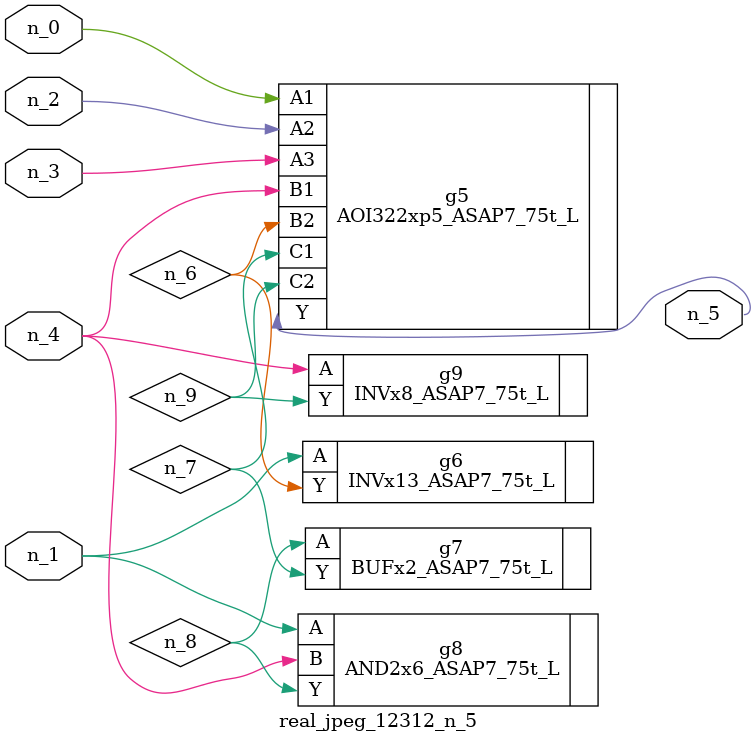
<source format=v>
module real_jpeg_12312_n_5 (n_4, n_0, n_1, n_2, n_3, n_5);

input n_4;
input n_0;
input n_1;
input n_2;
input n_3;

output n_5;

wire n_8;
wire n_6;
wire n_7;
wire n_9;

AOI322xp5_ASAP7_75t_L g5 ( 
.A1(n_0),
.A2(n_2),
.A3(n_3),
.B1(n_4),
.B2(n_6),
.C1(n_7),
.C2(n_9),
.Y(n_5)
);

INVx13_ASAP7_75t_L g6 ( 
.A(n_1),
.Y(n_6)
);

AND2x6_ASAP7_75t_L g8 ( 
.A(n_1),
.B(n_4),
.Y(n_8)
);

INVx8_ASAP7_75t_L g9 ( 
.A(n_4),
.Y(n_9)
);

BUFx2_ASAP7_75t_L g7 ( 
.A(n_8),
.Y(n_7)
);


endmodule
</source>
